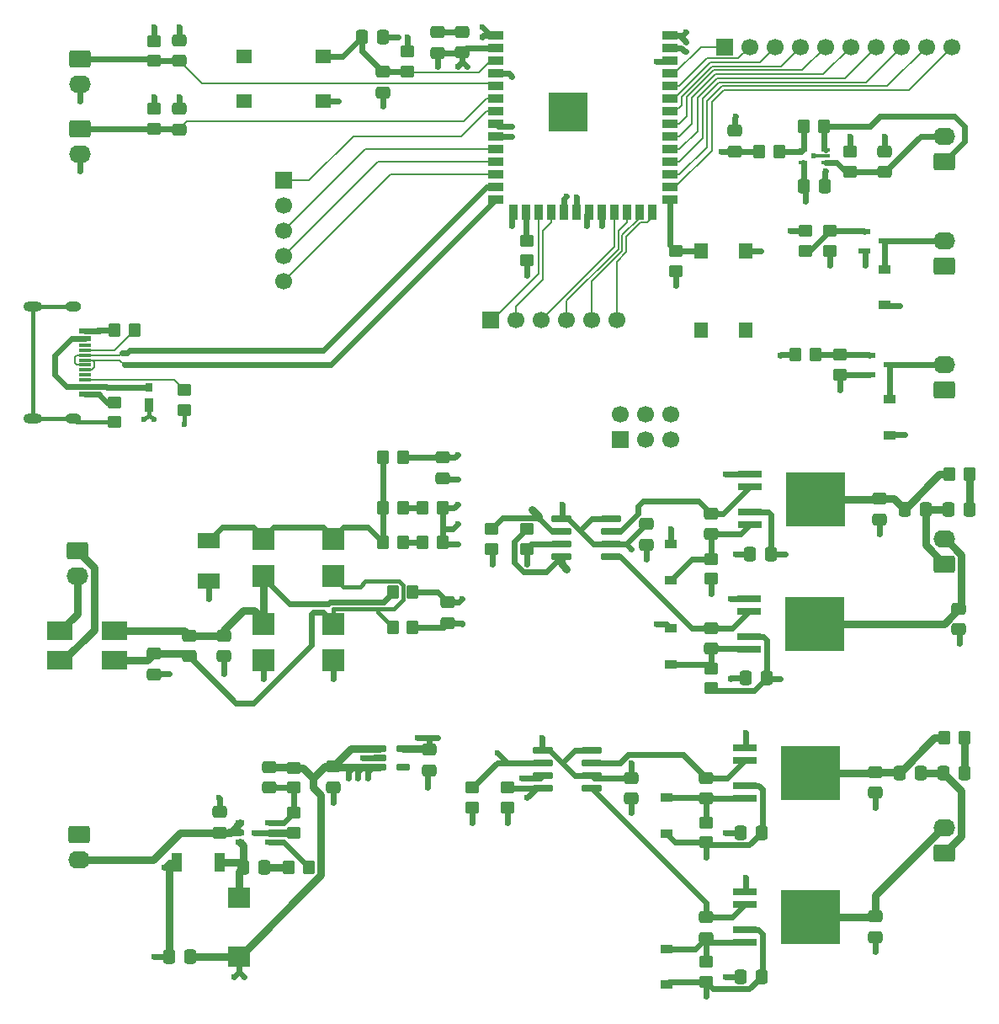
<source format=gbr>
G04 #@! TF.GenerationSoftware,KiCad,Pcbnew,9.0.2*
G04 #@! TF.CreationDate,2025-08-11T21:07:56-07:00*
G04 #@! TF.ProjectId,MusicalTeslaCoil,4d757369-6361-46c5-9465-736c61436f69,REV1*
G04 #@! TF.SameCoordinates,Original*
G04 #@! TF.FileFunction,Copper,L1,Top*
G04 #@! TF.FilePolarity,Positive*
%FSLAX46Y46*%
G04 Gerber Fmt 4.6, Leading zero omitted, Abs format (unit mm)*
G04 Created by KiCad (PCBNEW 9.0.2) date 2025-08-11 21:07:56*
%MOMM*%
%LPD*%
G01*
G04 APERTURE LIST*
G04 Aperture macros list*
%AMRoundRect*
0 Rectangle with rounded corners*
0 $1 Rounding radius*
0 $2 $3 $4 $5 $6 $7 $8 $9 X,Y pos of 4 corners*
0 Add a 4 corners polygon primitive as box body*
4,1,4,$2,$3,$4,$5,$6,$7,$8,$9,$2,$3,0*
0 Add four circle primitives for the rounded corners*
1,1,$1+$1,$2,$3*
1,1,$1+$1,$4,$5*
1,1,$1+$1,$6,$7*
1,1,$1+$1,$8,$9*
0 Add four rect primitives between the rounded corners*
20,1,$1+$1,$2,$3,$4,$5,0*
20,1,$1+$1,$4,$5,$6,$7,0*
20,1,$1+$1,$6,$7,$8,$9,0*
20,1,$1+$1,$8,$9,$2,$3,0*%
G04 Aperture macros list end*
G04 #@! TA.AperFunction,SMDPad,CuDef*
%ADD10R,1.244600X0.965200*%
G04 #@! TD*
G04 #@! TA.AperFunction,SMDPad,CuDef*
%ADD11R,0.901700X0.558800*%
G04 #@! TD*
G04 #@! TA.AperFunction,SMDPad,CuDef*
%ADD12R,2.200000X2.000000*%
G04 #@! TD*
G04 #@! TA.AperFunction,SMDPad,CuDef*
%ADD13R,1.066800X1.854200*%
G04 #@! TD*
G04 #@! TA.AperFunction,SMDPad,CuDef*
%ADD14R,0.889000X1.397000*%
G04 #@! TD*
G04 #@! TA.AperFunction,SMDPad,CuDef*
%ADD15R,0.762000X0.863600*%
G04 #@! TD*
G04 #@! TA.AperFunction,SMDPad,CuDef*
%ADD16R,2.184400X2.184400*%
G04 #@! TD*
G04 #@! TA.AperFunction,SMDPad,CuDef*
%ADD17RoundRect,0.250000X-0.475000X0.337500X-0.475000X-0.337500X0.475000X-0.337500X0.475000X0.337500X0*%
G04 #@! TD*
G04 #@! TA.AperFunction,SMDPad,CuDef*
%ADD18RoundRect,0.250000X0.475000X-0.337500X0.475000X0.337500X-0.475000X0.337500X-0.475000X-0.337500X0*%
G04 #@! TD*
G04 #@! TA.AperFunction,SMDPad,CuDef*
%ADD19RoundRect,0.250000X-0.337500X-0.475000X0.337500X-0.475000X0.337500X0.475000X-0.337500X0.475000X0*%
G04 #@! TD*
G04 #@! TA.AperFunction,ComponentPad*
%ADD20C,1.700000*%
G04 #@! TD*
G04 #@! TA.AperFunction,ComponentPad*
%ADD21R,1.700000X1.700000*%
G04 #@! TD*
G04 #@! TA.AperFunction,SMDPad,CuDef*
%ADD22RoundRect,0.250000X-0.450000X0.350000X-0.450000X-0.350000X0.450000X-0.350000X0.450000X0.350000X0*%
G04 #@! TD*
G04 #@! TA.AperFunction,ComponentPad*
%ADD23O,2.190000X1.740000*%
G04 #@! TD*
G04 #@! TA.AperFunction,ComponentPad*
%ADD24RoundRect,0.250000X0.845000X-0.620000X0.845000X0.620000X-0.845000X0.620000X-0.845000X-0.620000X0*%
G04 #@! TD*
G04 #@! TA.AperFunction,SMDPad,CuDef*
%ADD25RoundRect,0.250000X0.337500X0.475000X-0.337500X0.475000X-0.337500X-0.475000X0.337500X-0.475000X0*%
G04 #@! TD*
G04 #@! TA.AperFunction,SMDPad,CuDef*
%ADD26RoundRect,0.250000X-0.350000X-0.450000X0.350000X-0.450000X0.350000X0.450000X-0.350000X0.450000X0*%
G04 #@! TD*
G04 #@! TA.AperFunction,SMDPad,CuDef*
%ADD27R,0.850900X0.304800*%
G04 #@! TD*
G04 #@! TA.AperFunction,SMDPad,CuDef*
%ADD28RoundRect,0.250000X0.450000X-0.350000X0.450000X0.350000X-0.450000X0.350000X-0.450000X-0.350000X0*%
G04 #@! TD*
G04 #@! TA.AperFunction,SMDPad,CuDef*
%ADD29R,1.168400X0.533400*%
G04 #@! TD*
G04 #@! TA.AperFunction,ComponentPad*
%ADD30RoundRect,0.250000X-0.845000X0.620000X-0.845000X-0.620000X0.845000X-0.620000X0.845000X0.620000X0*%
G04 #@! TD*
G04 #@! TA.AperFunction,SMDPad,CuDef*
%ADD31R,1.400048X1.549908*%
G04 #@! TD*
G04 #@! TA.AperFunction,HeatsinkPad*
%ADD32C,0.600000*%
G04 #@! TD*
G04 #@! TA.AperFunction,HeatsinkPad*
%ADD33R,3.900000X3.900000*%
G04 #@! TD*
G04 #@! TA.AperFunction,SMDPad,CuDef*
%ADD34R,1.500000X0.900000*%
G04 #@! TD*
G04 #@! TA.AperFunction,SMDPad,CuDef*
%ADD35R,0.900000X1.500000*%
G04 #@! TD*
G04 #@! TA.AperFunction,SMDPad,CuDef*
%ADD36R,1.549908X1.400048*%
G04 #@! TD*
G04 #@! TA.AperFunction,ComponentPad*
%ADD37O,1.600000X1.000000*%
G04 #@! TD*
G04 #@! TA.AperFunction,ComponentPad*
%ADD38O,1.900000X1.000000*%
G04 #@! TD*
G04 #@! TA.AperFunction,SMDPad,CuDef*
%ADD39R,1.150000X0.300000*%
G04 #@! TD*
G04 #@! TA.AperFunction,SMDPad,CuDef*
%ADD40R,1.150000X0.600000*%
G04 #@! TD*
G04 #@! TA.AperFunction,SMDPad,CuDef*
%ADD41RoundRect,0.045000X-0.630000X-0.255000X0.630000X-0.255000X0.630000X0.255000X-0.630000X0.255000X0*%
G04 #@! TD*
G04 #@! TA.AperFunction,SMDPad,CuDef*
%ADD42RoundRect,0.075000X-0.910000X-0.225000X0.910000X-0.225000X0.910000X0.225000X-0.910000X0.225000X0*%
G04 #@! TD*
G04 #@! TA.AperFunction,SMDPad,CuDef*
%ADD43RoundRect,0.250000X0.350000X0.450000X-0.350000X0.450000X-0.350000X-0.450000X0.350000X-0.450000X0*%
G04 #@! TD*
G04 #@! TA.AperFunction,SMDPad,CuDef*
%ADD44R,2.616200X1.955800*%
G04 #@! TD*
G04 #@! TA.AperFunction,SMDPad,CuDef*
%ADD45R,2.209800X1.524000*%
G04 #@! TD*
G04 #@! TA.AperFunction,SMDPad,CuDef*
%ADD46R,2.489200X0.762000*%
G04 #@! TD*
G04 #@! TA.AperFunction,SMDPad,CuDef*
%ADD47R,5.918200X5.511800*%
G04 #@! TD*
G04 #@! TA.AperFunction,ViaPad*
%ADD48C,0.600000*%
G04 #@! TD*
G04 #@! TA.AperFunction,Conductor*
%ADD49C,0.200000*%
G04 #@! TD*
G04 #@! TA.AperFunction,Conductor*
%ADD50C,0.600000*%
G04 #@! TD*
G04 #@! TA.AperFunction,Conductor*
%ADD51C,0.800000*%
G04 #@! TD*
G04 #@! TA.AperFunction,Conductor*
%ADD52C,0.400000*%
G04 #@! TD*
G04 #@! TA.AperFunction,Conductor*
%ADD53C,0.300000*%
G04 #@! TD*
G04 #@! TA.AperFunction,Conductor*
%ADD54C,0.150000*%
G04 #@! TD*
G04 APERTURE END LIST*
D10*
X114500000Y-146196600D03*
X114500000Y-149803400D03*
D11*
X71629200Y-133549999D03*
X71629200Y-134500000D03*
X71629200Y-135450001D03*
X74537500Y-135450001D03*
X74537500Y-134500000D03*
X74537500Y-133549999D03*
D12*
X71537500Y-146950000D03*
X71537500Y-141050000D03*
D13*
X65295700Y-137500000D03*
X69537500Y-137500000D03*
D14*
X62500000Y-91515300D03*
D15*
X62500000Y-89750000D03*
D10*
X114500000Y-134606800D03*
X114500000Y-131000000D03*
X115000000Y-114000000D03*
X115000000Y-117606800D03*
X115000000Y-105500000D03*
X115000000Y-109106800D03*
D16*
X81000000Y-105000000D03*
X81000000Y-108708400D03*
X81000000Y-113500000D03*
X81000000Y-117208400D03*
X74000000Y-105000000D03*
X74000000Y-108708400D03*
X74000000Y-113500000D03*
X74000000Y-117208400D03*
D10*
X136968000Y-94556801D03*
X136968000Y-90950001D03*
X136460000Y-81460000D03*
X136460000Y-77853200D03*
D17*
X91524783Y-54042137D03*
X91524783Y-56117137D03*
D18*
X94000000Y-56075000D03*
X94000000Y-54000000D03*
D19*
X74037500Y-138000000D03*
X71962500Y-138000000D03*
D20*
X115000000Y-92460000D03*
X115000000Y-95000000D03*
X112460000Y-92460000D03*
X112460000Y-95000000D03*
X109920000Y-92460000D03*
D21*
X109920000Y-95000000D03*
D17*
X135943100Y-103000000D03*
X135943100Y-100925000D03*
D22*
X133000000Y-68075000D03*
X133000000Y-66075000D03*
D23*
X142500000Y-64500000D03*
D24*
X142500000Y-67040000D03*
D25*
X128376050Y-69500000D03*
X130451050Y-69500000D03*
D26*
X125876050Y-66000000D03*
X123876050Y-66000000D03*
D27*
X128252100Y-67149999D03*
X128252100Y-65850001D03*
X130500000Y-65850001D03*
X130500000Y-66500000D03*
X130500000Y-67149999D03*
D17*
X121376050Y-66000000D03*
X121376050Y-63925000D03*
D26*
X130376050Y-63500000D03*
X128376050Y-63500000D03*
D17*
X136500000Y-68075000D03*
X136500000Y-66000000D03*
D28*
X115500000Y-78050004D03*
X115500000Y-76050004D03*
X128500000Y-74000000D03*
X128500000Y-76000000D03*
D23*
X142500000Y-75000000D03*
D24*
X142500000Y-77540000D03*
D22*
X130960000Y-76000000D03*
X130960000Y-74000000D03*
D29*
X136492000Y-75049999D03*
X134460000Y-76000000D03*
X134460000Y-74099998D03*
D23*
X55540000Y-59265000D03*
D30*
X55540000Y-56725000D03*
D28*
X100500000Y-75000000D03*
X100500000Y-77000000D03*
D31*
X117999998Y-84000000D03*
X122500000Y-84000000D03*
X117999998Y-76050004D03*
X122500000Y-76050004D03*
D32*
X106000000Y-62800000D03*
X106000000Y-61400000D03*
X105300000Y-63500000D03*
X105300000Y-62100000D03*
X105300000Y-60700000D03*
X104600000Y-62800000D03*
D33*
X104600000Y-62100000D03*
D32*
X104600000Y-61400000D03*
X103900000Y-63500000D03*
X103900000Y-62100000D03*
X103900000Y-60700000D03*
X103200000Y-62800000D03*
X103200000Y-61400000D03*
D34*
X114850000Y-54380000D03*
X114850000Y-55650000D03*
X114850000Y-56920000D03*
X114850000Y-58190000D03*
X114850000Y-59460000D03*
X114850000Y-60730000D03*
X114850000Y-62000000D03*
X114850000Y-63270000D03*
X114850000Y-64540000D03*
X114850000Y-65810000D03*
X114850000Y-67080000D03*
X114850000Y-68350000D03*
X114850000Y-69620000D03*
X114850000Y-70890000D03*
D35*
X113085000Y-72140000D03*
X111815000Y-72140000D03*
X110545000Y-72140000D03*
X109275000Y-72140000D03*
X108005000Y-72140000D03*
X106735000Y-72140000D03*
X105465000Y-72140000D03*
X104195000Y-72140000D03*
X102925000Y-72140000D03*
X101655000Y-72140000D03*
X100385000Y-72140000D03*
X99115000Y-72140000D03*
D34*
X97350000Y-70890000D03*
X97350000Y-69620000D03*
X97350000Y-68350000D03*
X97350000Y-67080000D03*
X97350000Y-65810000D03*
X97350000Y-64540000D03*
X97350000Y-63270000D03*
X97350000Y-62000000D03*
X97350000Y-60730000D03*
X97350000Y-59460000D03*
X97350000Y-58190000D03*
X97350000Y-56920000D03*
X97350000Y-55650000D03*
X97350000Y-54380000D03*
D36*
X72025002Y-56500000D03*
X72025002Y-61000002D03*
X79974998Y-56500000D03*
X79974998Y-61000002D03*
D22*
X88500000Y-58000000D03*
X88500000Y-56000000D03*
D25*
X83925000Y-54500000D03*
X86000000Y-54500000D03*
D18*
X86000000Y-58000000D03*
X86000000Y-60075000D03*
D37*
X54825000Y-92850000D03*
X54825000Y-81650000D03*
D38*
X50825000Y-92850000D03*
X50825000Y-81650000D03*
D39*
X56000000Y-85500000D03*
X56000000Y-86500000D03*
X56000000Y-88000000D03*
X56000000Y-89000000D03*
D40*
X56000000Y-90450000D03*
X56000000Y-89650000D03*
D39*
X56000000Y-88500000D03*
X56000000Y-87500000D03*
X56000000Y-87000000D03*
X56000000Y-86000000D03*
D40*
X56000000Y-84850000D03*
X56000000Y-84050000D03*
D17*
X90700000Y-126175000D03*
X90700000Y-128250000D03*
D28*
X77037500Y-130000000D03*
X77037500Y-128000000D03*
D17*
X81000000Y-129950000D03*
X81000000Y-127875000D03*
D18*
X74537500Y-130000000D03*
X74537500Y-127925000D03*
D26*
X76537500Y-138000000D03*
X78537500Y-138000000D03*
D41*
X85630000Y-126050000D03*
X85630000Y-127000000D03*
X85630000Y-127950000D03*
X88000000Y-127950000D03*
X88000000Y-126050000D03*
D25*
X66612500Y-147000000D03*
X64537500Y-147000000D03*
D28*
X77037500Y-134500000D03*
X77037500Y-132500000D03*
D18*
X69537500Y-134500000D03*
X69537500Y-132425000D03*
D30*
X55480000Y-134725000D03*
D23*
X55480000Y-137265000D03*
D42*
X103973100Y-102960000D03*
X103973100Y-104230000D03*
X103973100Y-105500000D03*
X103973100Y-106770000D03*
X108913100Y-106770000D03*
X108913100Y-105500000D03*
X108913100Y-104230000D03*
X108913100Y-102960000D03*
D18*
X92500000Y-111354200D03*
X92500000Y-113429200D03*
X66500000Y-114708400D03*
X66500000Y-116783400D03*
X70000000Y-114708400D03*
X70000000Y-116783400D03*
D43*
X92000000Y-105354200D03*
X90000000Y-105354200D03*
X88000000Y-105354200D03*
X86000000Y-105354200D03*
X92000000Y-101854200D03*
X90000000Y-101854200D03*
D21*
X96840000Y-83000000D03*
D20*
X99380000Y-83000000D03*
X101920000Y-83000000D03*
X104460000Y-83000000D03*
X107000000Y-83000000D03*
X109540000Y-83000000D03*
D21*
X76000000Y-68920000D03*
D20*
X76000000Y-71460000D03*
X76000000Y-74000000D03*
X76000000Y-76540000D03*
X76000000Y-79080000D03*
D21*
X120380000Y-55500000D03*
D20*
X122920000Y-55500000D03*
X125460000Y-55500000D03*
X128000000Y-55500000D03*
X130540000Y-55500000D03*
X133080000Y-55500000D03*
X135620000Y-55500000D03*
X138160000Y-55500000D03*
X140700000Y-55500000D03*
X143240000Y-55500000D03*
D28*
X118500000Y-135500000D03*
X118500000Y-133500000D03*
D43*
X88000000Y-101854200D03*
X86000000Y-101854200D03*
D17*
X135500000Y-142925000D03*
X135500000Y-145000000D03*
D28*
X119000000Y-120000000D03*
X119000000Y-118000000D03*
D25*
X124075000Y-149000000D03*
X122000000Y-149000000D03*
D18*
X63000000Y-118575000D03*
X63000000Y-116500000D03*
D43*
X88000000Y-96779200D03*
X86000000Y-96779200D03*
D22*
X95000000Y-130000000D03*
X95000000Y-132000000D03*
D44*
X53513600Y-114208400D03*
X53513600Y-117208400D03*
X59000000Y-117208400D03*
X59000000Y-114208400D03*
D17*
X65480000Y-61725000D03*
X65480000Y-63800000D03*
D18*
X119000000Y-104500000D03*
X119000000Y-102425000D03*
D28*
X119000000Y-109000000D03*
X119000000Y-107000000D03*
X66000000Y-92000000D03*
X66000000Y-90000000D03*
D22*
X98500000Y-130000000D03*
X98500000Y-132000000D03*
D17*
X135500000Y-128425000D03*
X135500000Y-130500000D03*
D24*
X142488000Y-90000001D03*
D23*
X142488000Y-87460001D03*
D18*
X119000000Y-116000000D03*
X119000000Y-113925000D03*
D45*
X68500000Y-105138400D03*
X68500000Y-109208400D03*
D24*
X142500000Y-136540000D03*
D23*
X142500000Y-134000000D03*
D28*
X62980000Y-63725000D03*
X62980000Y-61725000D03*
D26*
X143000000Y-98500000D03*
X145000000Y-98500000D03*
D43*
X89000000Y-113854200D03*
X87000000Y-113854200D03*
D24*
X142500000Y-107540000D03*
D23*
X142500000Y-105000000D03*
D28*
X118500000Y-149500000D03*
X118500000Y-147500000D03*
D19*
X142925000Y-102000000D03*
X145000000Y-102000000D03*
D26*
X59000000Y-84000000D03*
X61000000Y-84000000D03*
D46*
X122914699Y-98460000D03*
X122914699Y-99730000D03*
X122914699Y-102270000D03*
X122914699Y-103540000D03*
D47*
X129500000Y-101000000D03*
D17*
X143943100Y-112000000D03*
X143943100Y-114075000D03*
D30*
X55236800Y-106208400D03*
D23*
X55236800Y-108748400D03*
D18*
X118500000Y-131075000D03*
X118500000Y-129000000D03*
D17*
X65500000Y-54845000D03*
X65500000Y-56920000D03*
D22*
X100443100Y-104000000D03*
X100443100Y-106000000D03*
D25*
X124075000Y-134500000D03*
X122000000Y-134500000D03*
D18*
X92000000Y-98854200D03*
X92000000Y-96779200D03*
D25*
X140575000Y-102000000D03*
X138500000Y-102000000D03*
D46*
X122857799Y-110960000D03*
X122857799Y-112230000D03*
X122857799Y-114770000D03*
X122857799Y-116040000D03*
D47*
X129443100Y-113500000D03*
D18*
X111000000Y-131075000D03*
X111000000Y-129000000D03*
D43*
X129488000Y-86460001D03*
X127488000Y-86460001D03*
D18*
X118500000Y-145075000D03*
X118500000Y-143000000D03*
X112500000Y-105575000D03*
X112500000Y-103500000D03*
D28*
X63000000Y-56920000D03*
X63000000Y-54920000D03*
D29*
X134968000Y-86549999D03*
X134968000Y-88450001D03*
X137000000Y-87500000D03*
D30*
X55520000Y-63725000D03*
D23*
X55520000Y-66265000D03*
D25*
X125018100Y-106500000D03*
X122943100Y-106500000D03*
D22*
X131988000Y-86460001D03*
X131988000Y-88460001D03*
D42*
X102060000Y-126230000D03*
X102060000Y-127500000D03*
X102060000Y-128770000D03*
X102060000Y-130040000D03*
X107000000Y-130040000D03*
X107000000Y-128770000D03*
X107000000Y-127500000D03*
X107000000Y-126230000D03*
D46*
X122414699Y-140460000D03*
X122414699Y-141730000D03*
X122414699Y-144270000D03*
X122414699Y-145540000D03*
D47*
X129000000Y-143000000D03*
D25*
X124575000Y-118990000D03*
X122500000Y-118990000D03*
X140075000Y-128500000D03*
X138000000Y-128500000D03*
D19*
X142425000Y-128500000D03*
X144500000Y-128500000D03*
D22*
X59000000Y-91250000D03*
X59000000Y-93250000D03*
D43*
X89000000Y-110354200D03*
X87000000Y-110354200D03*
D26*
X142500000Y-125000000D03*
X144500000Y-125000000D03*
D22*
X96943100Y-104000000D03*
X96943100Y-106000000D03*
D46*
X122414699Y-125960000D03*
X122414699Y-127230000D03*
X122414699Y-129770000D03*
X122414699Y-131040000D03*
D47*
X129000000Y-128500000D03*
D48*
X86000000Y-61500000D03*
X91500000Y-57500000D03*
X93500000Y-101500000D03*
X93500000Y-103500000D03*
X111000000Y-106000000D03*
X105500000Y-70600000D03*
X104500000Y-70500000D03*
X127000000Y-74000000D03*
X126000000Y-86500000D03*
X108000000Y-73500000D03*
X106500000Y-73500000D03*
X104500000Y-108000000D03*
X101000000Y-102000000D03*
X144000000Y-115500000D03*
X120500000Y-98500000D03*
X121000000Y-111000000D03*
X121000000Y-119000000D03*
X136000000Y-104500000D03*
X121500000Y-106500000D03*
X126000000Y-119000000D03*
X113500000Y-113500000D03*
X126500000Y-106500000D03*
X115000000Y-104000000D03*
X119000000Y-110500000D03*
X112500000Y-107000000D03*
X104000000Y-101500000D03*
X91500000Y-125000000D03*
X90500000Y-125000000D03*
X89500000Y-125000000D03*
X118500000Y-151000000D03*
X118500000Y-137000000D03*
X135500000Y-132000000D03*
X120500000Y-149000000D03*
X135500000Y-146500000D03*
X122500000Y-139000000D03*
X122500000Y-124500000D03*
X120500000Y-134500000D03*
X111000000Y-132500000D03*
X99000000Y-64500000D03*
X99000000Y-63500000D03*
X100500000Y-131000000D03*
X97500000Y-126500000D03*
X111000000Y-127500000D03*
X102000000Y-125000000D03*
X100000000Y-129000000D03*
X84500000Y-129000000D03*
X83500000Y-129000000D03*
X82500000Y-129000000D03*
X81000000Y-131500000D03*
X98500000Y-133500000D03*
X95000000Y-133500000D03*
X90500000Y-130000000D03*
X84000000Y-127000000D03*
X63000000Y-147000000D03*
X73083350Y-134500000D03*
X69500000Y-131000000D03*
X64000000Y-138000000D03*
X99000000Y-58500000D03*
X99000000Y-73500000D03*
X94000000Y-113500000D03*
X94000000Y-111000000D03*
X113500000Y-57000000D03*
X93500000Y-96500000D03*
X100500000Y-107500000D03*
X97000000Y-107500000D03*
X93500000Y-99000000D03*
X68500000Y-111000000D03*
X93500000Y-105500000D03*
X81000000Y-119000000D03*
X74000000Y-119000000D03*
X70000000Y-118500000D03*
X64500000Y-118500000D03*
X138500000Y-94500000D03*
X132000000Y-90000000D03*
X138000000Y-81500000D03*
X134500000Y-77500000D03*
X131000000Y-77500000D03*
X115500000Y-79500000D03*
X100500000Y-78500000D03*
X124000000Y-76000000D03*
X128500000Y-71000000D03*
X130500000Y-68000000D03*
X129376050Y-66500000D03*
X136500000Y-64500000D03*
X133000000Y-64500000D03*
X121500000Y-62500000D03*
X120000000Y-66000000D03*
X116500000Y-56000000D03*
X116500000Y-55000000D03*
X116500000Y-54000000D03*
X81500000Y-61000000D03*
X96000000Y-54500000D03*
X96000000Y-53500000D03*
X94500000Y-57500000D03*
X88500000Y-54500000D03*
X93500000Y-57500000D03*
X92776327Y-54017354D03*
X87500000Y-54500000D03*
X65500000Y-60500000D03*
X63000000Y-60500000D03*
X65500000Y-53500000D03*
X63000000Y-53500000D03*
X55500000Y-61000000D03*
X55500000Y-68000000D03*
X71000000Y-149000000D03*
X72000000Y-149000000D03*
X62000000Y-93000000D03*
X63000000Y-93000000D03*
X66000000Y-93500000D03*
X57500000Y-90500000D03*
X57500000Y-84000000D03*
D49*
X96818000Y-56920000D02*
X97350000Y-56920000D01*
X95637000Y-58101000D02*
X96818000Y-56920000D01*
X88500000Y-58000000D02*
X88601000Y-58101000D01*
X88601000Y-58101000D02*
X95637000Y-58101000D01*
D50*
X86000000Y-58000000D02*
X88500000Y-58000000D01*
X83925000Y-54500000D02*
X83925000Y-55925000D01*
X83925000Y-55925000D02*
X86000000Y-58000000D01*
X81925000Y-56500000D02*
X83925000Y-54500000D01*
X79974998Y-56500000D02*
X81925000Y-56500000D01*
X86000000Y-61500000D02*
X86000000Y-60075000D01*
X91524783Y-57475217D02*
X91500000Y-57500000D01*
X91524783Y-56117137D02*
X91524783Y-57475217D01*
X92793681Y-54000000D02*
X92776327Y-54017354D01*
X94000000Y-54000000D02*
X92793681Y-54000000D01*
X92751544Y-54042137D02*
X92776327Y-54017354D01*
X91524783Y-54042137D02*
X92751544Y-54042137D01*
X91524783Y-56117137D02*
X93957863Y-56117137D01*
X93957863Y-56117137D02*
X94000000Y-56075000D01*
X92000000Y-104000000D02*
X93000000Y-104000000D01*
X92000000Y-104000000D02*
X92000000Y-105354200D01*
X93000000Y-104000000D02*
X93500000Y-103500000D01*
X93145800Y-101854200D02*
X93500000Y-101500000D01*
X92000000Y-101854200D02*
X93145800Y-101854200D01*
D51*
X64537500Y-138258200D02*
X65295700Y-137500000D01*
X64537500Y-147000000D02*
X64537500Y-138258200D01*
D50*
X111000000Y-106000000D02*
X110500000Y-105500000D01*
D51*
X69537500Y-134500000D02*
X70679199Y-134500000D01*
X70679199Y-134500000D02*
X71629200Y-133549999D01*
X70500000Y-134500000D02*
X70550999Y-134449001D01*
X69537500Y-134500000D02*
X70500000Y-134500000D01*
X70550999Y-134449001D02*
X71629200Y-134449001D01*
D50*
X105465000Y-70635000D02*
X105500000Y-70600000D01*
X105465000Y-72140000D02*
X105465000Y-70635000D01*
X104195000Y-70805000D02*
X104500000Y-70500000D01*
X104195000Y-72140000D02*
X104195000Y-70805000D01*
X128500000Y-74000000D02*
X127000000Y-74000000D01*
X126039999Y-86460001D02*
X126000000Y-86500000D01*
X127488000Y-86460001D02*
X126039999Y-86460001D01*
X99000000Y-72255000D02*
X99115000Y-72140000D01*
X99000000Y-73500000D02*
X99000000Y-72255000D01*
X108000000Y-72145000D02*
X108005000Y-72140000D01*
X108000000Y-73500000D02*
X108000000Y-72145000D01*
X106500000Y-72375000D02*
X106735000Y-72140000D01*
X106500000Y-73500000D02*
X106500000Y-72375000D01*
D51*
X103973100Y-107473100D02*
X104500000Y-108000000D01*
X103973100Y-106770000D02*
X103973100Y-107473100D01*
X101657101Y-102657101D02*
X101000000Y-102000000D01*
X101657101Y-102899000D02*
X101657101Y-102657101D01*
X142443100Y-113500000D02*
X143943100Y-112000000D01*
X129443100Y-113500000D02*
X142443100Y-113500000D01*
X140575000Y-105615000D02*
X140575000Y-102000000D01*
X142500000Y-107540000D02*
X140575000Y-105615000D01*
X144196000Y-106560576D02*
X144196000Y-111747100D01*
X142635424Y-105000000D02*
X144196000Y-106560576D01*
X142500000Y-105000000D02*
X142635424Y-105000000D01*
X144196000Y-111747100D02*
X143943100Y-112000000D01*
X145000000Y-98500000D02*
X145000000Y-102000000D01*
X140575000Y-102000000D02*
X142925000Y-102000000D01*
X142000000Y-98500000D02*
X143000000Y-98500000D01*
X138500000Y-102000000D02*
X142000000Y-98500000D01*
X137425000Y-100925000D02*
X138500000Y-102000000D01*
X135943100Y-100925000D02*
X137425000Y-100925000D01*
X135868100Y-101000000D02*
X135943100Y-100925000D01*
X129500000Y-101000000D02*
X135868100Y-101000000D01*
D50*
X144000000Y-114131900D02*
X143943100Y-114075000D01*
X144000000Y-115500000D02*
X144000000Y-114131900D01*
X120540000Y-98460000D02*
X120500000Y-98500000D01*
X122914699Y-98460000D02*
X120540000Y-98460000D01*
X121040000Y-110960000D02*
X121000000Y-111000000D01*
X122857799Y-110960000D02*
X121040000Y-110960000D01*
X121010000Y-118990000D02*
X121000000Y-119000000D01*
X122500000Y-118990000D02*
X121010000Y-118990000D01*
X136000000Y-103056900D02*
X135943100Y-103000000D01*
X136000000Y-104500000D02*
X136000000Y-103056900D01*
X123000000Y-98374699D02*
X122914699Y-98460000D01*
X121500000Y-106500000D02*
X122943100Y-106500000D01*
X124603399Y-115103399D02*
X124270000Y-114770000D01*
X124603399Y-118961601D02*
X124603399Y-115103399D01*
X124270000Y-114770000D02*
X122857799Y-114770000D01*
X124575000Y-118990000D02*
X124603399Y-118961601D01*
X122817799Y-116000000D02*
X122857799Y-116040000D01*
X119000000Y-116000000D02*
X122817799Y-116000000D01*
X119000000Y-118000000D02*
X119000000Y-116000000D01*
X118606800Y-117606800D02*
X119000000Y-118000000D01*
X115000000Y-117606800D02*
X118606800Y-117606800D01*
X114500000Y-113500000D02*
X115000000Y-114000000D01*
X113500000Y-113500000D02*
X114500000Y-113500000D01*
X119216000Y-120216000D02*
X119000000Y-120000000D01*
X123349000Y-120216000D02*
X119216000Y-120216000D01*
X124575000Y-118990000D02*
X123349000Y-120216000D01*
X124585000Y-119000000D02*
X124575000Y-118990000D01*
X126000000Y-119000000D02*
X124585000Y-119000000D01*
X124759299Y-102270000D02*
X122914699Y-102270000D01*
X125018100Y-102528801D02*
X124759299Y-102270000D01*
X125018100Y-106500000D02*
X125018100Y-102528801D01*
X126500000Y-106500000D02*
X125018100Y-106500000D01*
X119000000Y-110500000D02*
X119000000Y-109000000D01*
X115000000Y-104000000D02*
X115000000Y-105500000D01*
X119000000Y-107000000D02*
X117106800Y-107000000D01*
X117106800Y-107000000D02*
X115000000Y-109106800D01*
X119000000Y-104500000D02*
X119000000Y-107000000D01*
X121954699Y-104500000D02*
X122914699Y-103540000D01*
X119000000Y-104500000D02*
X121954699Y-104500000D01*
X120219699Y-102425000D02*
X122914699Y-99730000D01*
X119000000Y-102425000D02*
X120219699Y-102425000D01*
X117774000Y-101199000D02*
X119000000Y-102425000D01*
X112168215Y-101199000D02*
X117774000Y-101199000D01*
X111699000Y-101668215D02*
X112168215Y-101199000D01*
X111699000Y-102419498D02*
X111699000Y-101668215D01*
X108913100Y-104230000D02*
X109888498Y-104230000D01*
X109888498Y-104230000D02*
X111699000Y-102419498D01*
X119000000Y-113925000D02*
X121162799Y-113925000D01*
X121162799Y-113925000D02*
X122857799Y-112230000D01*
X117053099Y-113925000D02*
X119000000Y-113925000D01*
X108913100Y-106770000D02*
X109898099Y-106770000D01*
X109898099Y-106770000D02*
X117053099Y-113925000D01*
X112500000Y-107000000D02*
X112500000Y-105575000D01*
X105847383Y-104152617D02*
X104654766Y-102960000D01*
X104654766Y-102960000D02*
X103973100Y-102960000D01*
X107194766Y-105500000D02*
X105847383Y-104152617D01*
X108913100Y-105500000D02*
X107194766Y-105500000D01*
X110500000Y-105500000D02*
X108913100Y-105500000D01*
X112500000Y-103500000D02*
X110500000Y-105500000D01*
X104000000Y-102933100D02*
X103973100Y-102960000D01*
X104000000Y-101500000D02*
X104000000Y-102933100D01*
X90700000Y-126175000D02*
X90700000Y-125200000D01*
X90700000Y-125200000D02*
X90500000Y-125000000D01*
X90500000Y-125000000D02*
X91500000Y-125000000D01*
X89500000Y-125000000D02*
X90500000Y-125000000D01*
D51*
X135425000Y-128500000D02*
X135500000Y-128425000D01*
X129000000Y-128500000D02*
X135425000Y-128500000D01*
X137925000Y-128425000D02*
X138000000Y-128500000D01*
X135500000Y-128425000D02*
X137925000Y-128425000D01*
X140075000Y-128500000D02*
X142425000Y-128500000D01*
X141500000Y-125000000D02*
X138000000Y-128500000D01*
X142500000Y-125000000D02*
X141500000Y-125000000D01*
X144500000Y-128500000D02*
X144500000Y-125000000D01*
X144196000Y-130271000D02*
X142425000Y-128500000D01*
X144196000Y-134844000D02*
X144196000Y-130271000D01*
X142500000Y-136540000D02*
X144196000Y-134844000D01*
X142275000Y-134000000D02*
X142500000Y-134000000D01*
X135500000Y-140775000D02*
X142275000Y-134000000D01*
X135500000Y-142925000D02*
X135500000Y-140775000D01*
X135425000Y-143000000D02*
X135500000Y-142925000D01*
X129000000Y-143000000D02*
X135425000Y-143000000D01*
D50*
X118965000Y-145540000D02*
X122414699Y-145540000D01*
X118500000Y-145075000D02*
X118965000Y-145540000D01*
X118500000Y-147500000D02*
X118500000Y-145075000D01*
X117378400Y-146196600D02*
X118500000Y-145075000D01*
X114500000Y-146196600D02*
X117378400Y-146196600D01*
X118500000Y-131075000D02*
X122379699Y-131075000D01*
X122379699Y-131075000D02*
X122414699Y-131040000D01*
X118500000Y-133500000D02*
X118500000Y-131075000D01*
X118425000Y-131000000D02*
X118500000Y-131075000D01*
X114500000Y-131000000D02*
X118425000Y-131000000D01*
X123770000Y-144270000D02*
X122414699Y-144270000D01*
X124160299Y-148914701D02*
X124160299Y-144660299D01*
X124160299Y-144660299D02*
X123770000Y-144270000D01*
X124075000Y-149000000D02*
X124160299Y-148914701D01*
X122849000Y-150226000D02*
X124075000Y-149000000D01*
X119226000Y-150226000D02*
X122849000Y-150226000D01*
X118500000Y-149500000D02*
X119226000Y-150226000D01*
X114803400Y-149500000D02*
X114500000Y-149803400D01*
X118500000Y-149500000D02*
X114803400Y-149500000D01*
X118500000Y-151000000D02*
X118500000Y-149500000D01*
X124160299Y-130158000D02*
X123772299Y-129770000D01*
X124160299Y-134414701D02*
X124160299Y-130158000D01*
X123772299Y-129770000D02*
X122414699Y-129770000D01*
X124075000Y-134500000D02*
X124160299Y-134414701D01*
X122849000Y-135726000D02*
X124075000Y-134500000D01*
X118726000Y-135726000D02*
X122849000Y-135726000D01*
X118500000Y-135500000D02*
X118726000Y-135726000D01*
X115393200Y-135500000D02*
X114500000Y-134606800D01*
X118500000Y-135500000D02*
X115393200Y-135500000D01*
X118500000Y-137000000D02*
X118500000Y-135500000D01*
X120500000Y-149000000D02*
X122000000Y-149000000D01*
X135500000Y-146500000D02*
X135500000Y-145000000D01*
X135500000Y-132000000D02*
X135500000Y-130500000D01*
X122500000Y-140374699D02*
X122414699Y-140460000D01*
X122500000Y-139000000D02*
X122500000Y-140374699D01*
X122500000Y-125874699D02*
X122414699Y-125960000D01*
X122500000Y-124500000D02*
X122500000Y-125874699D01*
X120500000Y-134500000D02*
X122000000Y-134500000D01*
X111000000Y-132500000D02*
X111000000Y-131075000D01*
X120644699Y-129000000D02*
X122414699Y-127230000D01*
X118500000Y-129000000D02*
X120644699Y-129000000D01*
X121144699Y-143000000D02*
X122414699Y-141730000D01*
X118500000Y-143000000D02*
X121144699Y-143000000D01*
X118500000Y-141540000D02*
X118500000Y-143000000D01*
X107000000Y-130040000D02*
X118500000Y-141540000D01*
X116199000Y-126699000D02*
X118500000Y-129000000D01*
X109867215Y-127500000D02*
X110668215Y-126699000D01*
X107000000Y-127500000D02*
X109867215Y-127500000D01*
X110668215Y-126699000D02*
X116199000Y-126699000D01*
X97390000Y-64500000D02*
X97350000Y-64540000D01*
X99000000Y-64500000D02*
X97390000Y-64500000D01*
X102060000Y-130040000D02*
X101460000Y-130040000D01*
X101460000Y-130040000D02*
X100500000Y-131000000D01*
X97580000Y-63500000D02*
X97350000Y-63270000D01*
X99000000Y-63500000D02*
X97580000Y-63500000D01*
X98500000Y-127500000D02*
X97500000Y-126500000D01*
X98500000Y-127500000D02*
X97500000Y-127500000D01*
X97500000Y-127500000D02*
X95000000Y-130000000D01*
X102060000Y-127500000D02*
X98500000Y-127500000D01*
X98540000Y-130040000D02*
X98500000Y-130000000D01*
X102060000Y-130040000D02*
X98540000Y-130040000D01*
X105270000Y-126230000D02*
X107000000Y-126230000D01*
X104005833Y-127494167D02*
X102741666Y-126230000D01*
X104005833Y-127494167D02*
X105270000Y-126230000D01*
X102741666Y-126230000D02*
X102060000Y-126230000D01*
X105281666Y-128770000D02*
X104005833Y-127494167D01*
X107000000Y-128770000D02*
X105281666Y-128770000D01*
X107230000Y-129000000D02*
X107000000Y-128770000D01*
X111000000Y-129000000D02*
X107230000Y-129000000D01*
X111000000Y-127500000D02*
X111000000Y-129000000D01*
X102000000Y-126170000D02*
X102060000Y-126230000D01*
X102000000Y-125000000D02*
X102000000Y-126170000D01*
X100000000Y-129000000D02*
X101830000Y-129000000D01*
X101830000Y-129000000D02*
X102060000Y-128770000D01*
X84500000Y-128450000D02*
X85000000Y-127950000D01*
X84500000Y-129000000D02*
X84500000Y-128450000D01*
D51*
X85000000Y-127950000D02*
X85630000Y-127950000D01*
D50*
X83500000Y-128450000D02*
X84000000Y-127950000D01*
X83500000Y-129000000D02*
X83500000Y-128450000D01*
D51*
X84000000Y-127950000D02*
X85000000Y-127950000D01*
D50*
X82500000Y-128450000D02*
X83000000Y-127950000D01*
X82500000Y-129000000D02*
X82500000Y-128450000D01*
D51*
X81075000Y-127950000D02*
X83000000Y-127950000D01*
D50*
X81000000Y-131500000D02*
X81000000Y-129950000D01*
D51*
X80125000Y-127875000D02*
X81000000Y-127875000D01*
X79000000Y-129000000D02*
X80125000Y-127875000D01*
X79000000Y-129500000D02*
X79000000Y-129000000D01*
X78000000Y-128000000D02*
X77037500Y-128000000D01*
X79000000Y-129000000D02*
X78000000Y-128000000D01*
X79738500Y-130711424D02*
X79000000Y-129972924D01*
X79738500Y-138809424D02*
X79738500Y-130711424D01*
X71597924Y-146950000D02*
X79738500Y-138809424D01*
X79000000Y-129972924D02*
X79000000Y-129500000D01*
X71537500Y-146950000D02*
X71597924Y-146950000D01*
D50*
X77037500Y-130000000D02*
X74537500Y-130000000D01*
X77037500Y-132500000D02*
X77037500Y-130000000D01*
X75987501Y-133549999D02*
X77037500Y-132500000D01*
X74537500Y-133549999D02*
X75987501Y-133549999D01*
X98500000Y-132000000D02*
X98500000Y-133500000D01*
X95000000Y-133500000D02*
X95000000Y-132000000D01*
D51*
X90575000Y-126050000D02*
X90700000Y-126175000D01*
X88000000Y-126050000D02*
X90575000Y-126050000D01*
D50*
X90500000Y-128450000D02*
X90700000Y-128250000D01*
X90500000Y-130000000D02*
X90500000Y-128450000D01*
X84000000Y-127000000D02*
X85630000Y-127000000D01*
D51*
X82825000Y-126050000D02*
X85630000Y-126050000D01*
X81000000Y-127875000D02*
X82825000Y-126050000D01*
X83000000Y-127950000D02*
X84000000Y-127950000D01*
X81000000Y-127875000D02*
X81075000Y-127950000D01*
X80875000Y-128000000D02*
X81000000Y-127875000D01*
X76962500Y-127925000D02*
X77037500Y-128000000D01*
X74537500Y-127925000D02*
X76962500Y-127925000D01*
D50*
X74537500Y-134500000D02*
X73083350Y-134500000D01*
X69537500Y-131037500D02*
X69500000Y-131000000D01*
X69537500Y-132425000D02*
X69537500Y-131037500D01*
X64537500Y-147000000D02*
X63000000Y-147000000D01*
X64500000Y-137500000D02*
X64000000Y-138000000D01*
X65295700Y-137500000D02*
X64500000Y-137500000D01*
D51*
X66662500Y-146950000D02*
X66612500Y-147000000D01*
X71537500Y-146950000D02*
X66662500Y-146950000D01*
X76537500Y-138000000D02*
X74037500Y-138000000D01*
D50*
X75987501Y-135450001D02*
X78537500Y-138000000D01*
X74537500Y-135450001D02*
X75987501Y-135450001D01*
D51*
X71962500Y-135783301D02*
X71629200Y-135450001D01*
X71962500Y-138000000D02*
X71962500Y-135783301D01*
X71537500Y-138425000D02*
X71962500Y-138000000D01*
X71537500Y-141050000D02*
X71537500Y-138425000D01*
X71462500Y-137500000D02*
X71962500Y-138000000D01*
X69537500Y-137500000D02*
X71462500Y-137500000D01*
X77037500Y-134500000D02*
X74537500Y-134500000D01*
X69500000Y-132387500D02*
X69537500Y-132425000D01*
X65633200Y-134500000D02*
X69537500Y-134500000D01*
X62868200Y-137265000D02*
X65633200Y-134500000D01*
X55480000Y-137265000D02*
X62868200Y-137265000D01*
D50*
X98690000Y-58190000D02*
X99000000Y-58500000D01*
X97350000Y-58190000D02*
X98690000Y-58190000D01*
X93929200Y-113429200D02*
X94000000Y-113500000D01*
X92500000Y-113429200D02*
X93929200Y-113429200D01*
X93645800Y-111354200D02*
X94000000Y-111000000D01*
X92500000Y-111354200D02*
X93645800Y-111354200D01*
X114770000Y-57000000D02*
X114850000Y-56920000D01*
X113500000Y-57000000D02*
X114770000Y-57000000D01*
X93220800Y-96779200D02*
X93500000Y-96500000D01*
X92000000Y-96779200D02*
X93220800Y-96779200D01*
D52*
X85500000Y-112354200D02*
X87000000Y-113854200D01*
X85500000Y-112007800D02*
X85500000Y-112354200D01*
X85500000Y-112007800D02*
X87073980Y-112007800D01*
X81000000Y-108738658D02*
X81000000Y-108708400D01*
X82059742Y-109798400D02*
X81000000Y-108738658D01*
X87626580Y-109253200D02*
X84246800Y-109253200D01*
X88000000Y-109626620D02*
X87626580Y-109253200D01*
X83701600Y-109798400D02*
X82059742Y-109798400D01*
X88000000Y-111081780D02*
X88000000Y-109626620D01*
X87073980Y-112007800D02*
X88000000Y-111081780D01*
X84246800Y-109253200D02*
X83701600Y-109798400D01*
X81000000Y-113500000D02*
X81000000Y-112007800D01*
X81000000Y-112007800D02*
X85500000Y-112007800D01*
D50*
X74000000Y-108880078D02*
X74000000Y-108708400D01*
X76619922Y-111500000D02*
X74000000Y-108880078D01*
X80516436Y-111500000D02*
X76619922Y-111500000D01*
X86047400Y-111306800D02*
X80709636Y-111306800D01*
X80709636Y-111306800D02*
X80516436Y-111500000D01*
X87000000Y-110354200D02*
X86047400Y-111306800D01*
X92075000Y-113854200D02*
X92500000Y-113429200D01*
X89000000Y-113854200D02*
X92075000Y-113854200D01*
X89000000Y-110354200D02*
X91500000Y-110354200D01*
X91500000Y-110354200D02*
X92500000Y-111354200D01*
X78781300Y-112486322D02*
X78957622Y-112310000D01*
X78781300Y-115659478D02*
X78781300Y-112486322D01*
X78957622Y-112310000D02*
X79981678Y-112310000D01*
X81000000Y-113328322D02*
X81000000Y-113500000D01*
X71216600Y-121500000D02*
X72940778Y-121500000D01*
X72940778Y-121500000D02*
X78781300Y-115659478D01*
X79981678Y-112310000D02*
X81000000Y-113328322D01*
X66500000Y-116783400D02*
X71216600Y-121500000D01*
X88000000Y-96779200D02*
X92000000Y-96779200D01*
X69828400Y-103810000D02*
X68500000Y-105138400D01*
X74000000Y-104828322D02*
X72981678Y-103810000D01*
X72981678Y-103810000D02*
X69828400Y-103810000D01*
X74000000Y-105000000D02*
X74000000Y-104828322D01*
X75018322Y-103810000D02*
X74000000Y-104828322D01*
X81000000Y-104828322D02*
X79981678Y-103810000D01*
X79981678Y-103810000D02*
X75018322Y-103810000D01*
X81000000Y-105000000D02*
X81000000Y-104828322D01*
X84455800Y-103810000D02*
X82018322Y-103810000D01*
X82018322Y-103810000D02*
X81000000Y-104828322D01*
X86000000Y-105354200D02*
X84455800Y-103810000D01*
X86000000Y-101854200D02*
X86000000Y-96779200D01*
X86000000Y-101854200D02*
X86000000Y-105354200D01*
X88000000Y-101854200D02*
X90000000Y-101854200D01*
X88000000Y-105354200D02*
X90000000Y-105354200D01*
X102442100Y-108301000D02*
X103973100Y-106770000D01*
X100168214Y-108301000D02*
X102442100Y-108301000D01*
X99242100Y-105201000D02*
X99242100Y-107374885D01*
X100443100Y-104000000D02*
X99242100Y-105201000D01*
X99242100Y-107374885D02*
X100168214Y-108301000D01*
X102988101Y-104230000D02*
X103973100Y-104230000D01*
X98044100Y-102899000D02*
X101657101Y-102899000D01*
X96943100Y-104000000D02*
X98044100Y-102899000D01*
X101657101Y-102899000D02*
X102988101Y-104230000D01*
X100943100Y-105500000D02*
X103973100Y-105500000D01*
X100443100Y-106000000D02*
X100943100Y-105500000D01*
X100500000Y-106056900D02*
X100443100Y-106000000D01*
X100500000Y-107500000D02*
X100500000Y-106056900D01*
X97000000Y-106056900D02*
X96943100Y-106000000D01*
X97000000Y-107500000D02*
X97000000Y-106056900D01*
X92145800Y-99000000D02*
X92000000Y-98854200D01*
X93500000Y-99000000D02*
X92145800Y-99000000D01*
X92000000Y-101854200D02*
X92000000Y-104000000D01*
X92145800Y-105500000D02*
X92000000Y-105354200D01*
X93500000Y-105500000D02*
X92145800Y-105500000D01*
X68500000Y-111000000D02*
X68500000Y-109208400D01*
X81000000Y-119000000D02*
X81000000Y-117208400D01*
X74000000Y-119000000D02*
X74000000Y-117208400D01*
X70000000Y-118500000D02*
X70000000Y-116783400D01*
X63075000Y-118500000D02*
X63000000Y-118575000D01*
X64500000Y-118500000D02*
X63075000Y-118500000D01*
D51*
X66216600Y-116500000D02*
X66500000Y-116783400D01*
X63000000Y-116500000D02*
X66216600Y-116500000D01*
X62291600Y-117208400D02*
X63000000Y-116500000D01*
X59000000Y-117208400D02*
X62291600Y-117208400D01*
X74000000Y-113500000D02*
X74000000Y-108708400D01*
X74000000Y-113186900D02*
X74000000Y-113500000D01*
X73023100Y-112210000D02*
X74000000Y-113186900D01*
X71916200Y-112210000D02*
X73023100Y-112210000D01*
X70000000Y-114126200D02*
X71916200Y-112210000D01*
X70000000Y-114708400D02*
X70000000Y-114126200D01*
X66500000Y-114708400D02*
X70000000Y-114708400D01*
X59000000Y-114208400D02*
X66000000Y-114208400D01*
X66000000Y-114208400D02*
X66500000Y-114708400D01*
X53843800Y-117208400D02*
X53513600Y-117208400D01*
X56932800Y-107904400D02*
X56932800Y-114119400D01*
X56932800Y-114119400D02*
X53843800Y-117208400D01*
X55236800Y-106208400D02*
X56932800Y-107904400D01*
X55236800Y-112485200D02*
X53513600Y-114208400D01*
X55236800Y-108748400D02*
X55236800Y-112485200D01*
D49*
X109540000Y-77094200D02*
X109540000Y-83000000D01*
X110500000Y-76134200D02*
X109540000Y-77094200D01*
X110500000Y-74567100D02*
X110500000Y-76134200D01*
X111876100Y-73191000D02*
X110500000Y-74567100D01*
X112566000Y-73191000D02*
X111876100Y-73191000D01*
X113085000Y-72672000D02*
X112566000Y-73191000D01*
X113085000Y-72140000D02*
X113085000Y-72672000D01*
X107000000Y-79067100D02*
X107000000Y-83000000D01*
X110077000Y-75990100D02*
X107000000Y-79067100D01*
X111815000Y-72685000D02*
X110077000Y-74423000D01*
X111815000Y-72140000D02*
X111815000Y-72685000D01*
X110077000Y-74423000D02*
X110077000Y-75990100D01*
X104460000Y-81040000D02*
X104460000Y-83000000D01*
X109676000Y-75824000D02*
X104460000Y-81040000D01*
X109676000Y-74000000D02*
X109676000Y-75824000D01*
X110545000Y-72140000D02*
X110545000Y-73131000D01*
X110545000Y-73131000D02*
X109676000Y-74000000D01*
X109275000Y-75645000D02*
X101920000Y-83000000D01*
X109275000Y-72140000D02*
X109275000Y-75645000D01*
X99380000Y-81620000D02*
X99380000Y-83000000D01*
X102056000Y-78944000D02*
X99380000Y-81620000D01*
X102925000Y-73131000D02*
X102056000Y-74000000D01*
X102056000Y-74000000D02*
X102056000Y-78944000D01*
X102925000Y-72140000D02*
X102925000Y-73131000D01*
X101655000Y-78345000D02*
X97000000Y-83000000D01*
X97000000Y-83000000D02*
X96840000Y-83000000D01*
X101655000Y-72140000D02*
X101655000Y-78345000D01*
D50*
X142448001Y-87500000D02*
X142488000Y-87460001D01*
X137000000Y-87500000D02*
X142448001Y-87500000D01*
X136968000Y-90950001D02*
X136968000Y-87532000D01*
X136968000Y-87532000D02*
X137000000Y-87500000D01*
X137024801Y-94500000D02*
X136968000Y-94556801D01*
X138500000Y-94500000D02*
X137024801Y-94500000D01*
X134958000Y-88460001D02*
X134968000Y-88450001D01*
X131988000Y-88460001D02*
X134958000Y-88460001D01*
X132000000Y-88472001D02*
X131988000Y-88460001D01*
X132000000Y-90000000D02*
X132000000Y-88472001D01*
X134878002Y-86460001D02*
X134968000Y-86549999D01*
X131988000Y-86460001D02*
X134878002Y-86460001D01*
X129488000Y-86460001D02*
X131988000Y-86460001D01*
X136000000Y-62500000D02*
X135000000Y-63500000D01*
X143500000Y-62500000D02*
X136000000Y-62500000D01*
X144500000Y-65040000D02*
X144500000Y-63500000D01*
X144500000Y-63500000D02*
X143500000Y-62500000D01*
X135000000Y-63500000D02*
X130376050Y-63500000D01*
X142500000Y-67040000D02*
X144500000Y-65040000D01*
X136500000Y-81500000D02*
X136460000Y-81460000D01*
X138000000Y-81500000D02*
X136500000Y-81500000D01*
X137000000Y-75000000D02*
X142500000Y-75000000D01*
X136950001Y-75049999D02*
X137000000Y-75000000D01*
X136492000Y-75049999D02*
X136950001Y-75049999D01*
X136460000Y-75081999D02*
X136492000Y-75049999D01*
X136460000Y-77853200D02*
X136460000Y-75081999D01*
X134360002Y-74000000D02*
X134460000Y-74099998D01*
X130960000Y-74000000D02*
X134360002Y-74000000D01*
X128960000Y-76000000D02*
X130960000Y-74000000D01*
X128500000Y-76000000D02*
X128960000Y-76000000D01*
X134500000Y-76040000D02*
X134460000Y-76000000D01*
X134500000Y-77500000D02*
X134500000Y-76040000D01*
X131000000Y-76040000D02*
X130960000Y-76000000D01*
X131000000Y-77500000D02*
X131000000Y-76040000D01*
X115500000Y-79500000D02*
X115500000Y-78050004D01*
X100500000Y-78500000D02*
X100500000Y-77000000D01*
X100385000Y-74885000D02*
X100500000Y-75000000D01*
X100385000Y-72140000D02*
X100385000Y-74885000D01*
X124000000Y-76000000D02*
X122550004Y-76000000D01*
X122550004Y-76000000D02*
X122500000Y-76050004D01*
X115500000Y-76050004D02*
X117999998Y-76050004D01*
X114850000Y-75400004D02*
X115500000Y-76050004D01*
X114850000Y-70890000D02*
X114850000Y-75400004D01*
X131653400Y-67153400D02*
X130503401Y-67153400D01*
X132575000Y-68075000D02*
X131653400Y-67153400D01*
X133000000Y-68075000D02*
X132575000Y-68075000D01*
X136500000Y-68075000D02*
X133000000Y-68075000D01*
X140075000Y-64500000D02*
X136500000Y-68075000D01*
X142500000Y-64500000D02*
X140075000Y-64500000D01*
X123876050Y-66000000D02*
X121376050Y-66000000D01*
X128500000Y-69623950D02*
X128376050Y-69500000D01*
X128500000Y-71000000D02*
X128500000Y-69623950D01*
X128376050Y-67273949D02*
X128252100Y-67149999D01*
X128376050Y-69500000D02*
X128376050Y-67273949D01*
X130451050Y-69500000D02*
X130451050Y-68048950D01*
X130451050Y-68048950D02*
X130500000Y-68000000D01*
D53*
X130500000Y-66500000D02*
X129376050Y-66500000D01*
D50*
X128102101Y-66000000D02*
X128252100Y-65850001D01*
X125876050Y-66000000D02*
X128102101Y-66000000D01*
X130376050Y-65722650D02*
X130500000Y-65846600D01*
X130376050Y-63500000D02*
X130376050Y-65722650D01*
X128376050Y-65726051D02*
X128252100Y-65850001D01*
X128376050Y-63500000D02*
X128376050Y-65726051D01*
X136500000Y-66000000D02*
X136500000Y-64500000D01*
X133000000Y-64500000D02*
X133000000Y-66075000D01*
X121376050Y-62623950D02*
X121500000Y-62500000D01*
X121376050Y-63925000D02*
X121376050Y-62623950D01*
X121376050Y-66000000D02*
X120000000Y-66000000D01*
X116367214Y-56000000D02*
X116500000Y-56000000D01*
X114850000Y-55650000D02*
X116017214Y-55650000D01*
X116017214Y-55650000D02*
X116367214Y-56000000D01*
D49*
X120276850Y-59859000D02*
X138881000Y-59859000D01*
X119067925Y-61067925D02*
X120276850Y-59859000D01*
X119067925Y-65932075D02*
X119067925Y-61067925D01*
X138881000Y-59859000D02*
X143240000Y-55500000D01*
X115380000Y-69620000D02*
X119067925Y-65932075D01*
X114850000Y-69620000D02*
X115380000Y-69620000D01*
X136742000Y-59458000D02*
X140700000Y-55500000D01*
X118568750Y-61000000D02*
X120110750Y-59458000D01*
X118568750Y-65581250D02*
X118568750Y-61000000D01*
X115800000Y-68350000D02*
X118568750Y-65581250D01*
X114850000Y-68350000D02*
X115800000Y-68350000D01*
X120110750Y-59458000D02*
X136742000Y-59458000D01*
X134603000Y-59057000D02*
X138160000Y-55500000D01*
X119778500Y-59057000D02*
X134603000Y-59057000D01*
X118167750Y-64712250D02*
X118167750Y-60667750D01*
X115800000Y-67080000D02*
X118167750Y-64712250D01*
X118167750Y-60667750D02*
X119778500Y-59057000D01*
X114850000Y-67080000D02*
X115800000Y-67080000D01*
X119612400Y-58656000D02*
X132464000Y-58656000D01*
X117634200Y-60634200D02*
X119612400Y-58656000D01*
X117634200Y-63975800D02*
X117634200Y-60634200D01*
X132464000Y-58656000D02*
X135620000Y-55500000D01*
X115800000Y-65810000D02*
X117634200Y-63975800D01*
X114850000Y-65810000D02*
X115800000Y-65810000D01*
X119446300Y-58255000D02*
X130325000Y-58255000D01*
X130325000Y-58255000D02*
X133080000Y-55500000D01*
X117100650Y-60600650D02*
X119446300Y-58255000D01*
X117100650Y-63239350D02*
X117100650Y-60600650D01*
X115800000Y-64540000D02*
X117100650Y-63239350D01*
X114850000Y-64540000D02*
X115800000Y-64540000D01*
X116567100Y-60567100D02*
X119280200Y-57854000D01*
X128186000Y-57854000D02*
X130540000Y-55500000D01*
X116567100Y-62502900D02*
X116567100Y-60567100D01*
X115800000Y-63270000D02*
X116567100Y-62502900D01*
X119280200Y-57854000D02*
X128186000Y-57854000D01*
X114850000Y-63270000D02*
X115800000Y-63270000D01*
X116033550Y-60533550D02*
X119114100Y-57453000D01*
X119114100Y-57453000D02*
X126047000Y-57453000D01*
X115382000Y-62000000D02*
X116033550Y-61348450D01*
X126047000Y-57453000D02*
X128000000Y-55500000D01*
X114850000Y-62000000D02*
X115382000Y-62000000D01*
X116033550Y-61348450D02*
X116033550Y-60533550D01*
X123908000Y-57052000D02*
X125460000Y-55500000D01*
X115270000Y-60730000D02*
X118948000Y-57052000D01*
X118948000Y-57052000D02*
X123908000Y-57052000D01*
X114850000Y-60730000D02*
X115270000Y-60730000D01*
X121769000Y-56651000D02*
X122920000Y-55500000D01*
X118609000Y-56651000D02*
X121769000Y-56651000D01*
X115800000Y-59460000D02*
X118609000Y-56651000D01*
X114850000Y-59460000D02*
X115800000Y-59460000D01*
X115310000Y-58190000D02*
X118000000Y-55500000D01*
X118000000Y-55500000D02*
X120380000Y-55500000D01*
X114850000Y-58190000D02*
X115310000Y-58190000D01*
D50*
X115880000Y-54380000D02*
X116500000Y-55000000D01*
X114850000Y-54380000D02*
X115880000Y-54380000D01*
X116120000Y-54380000D02*
X116500000Y-54000000D01*
X114850000Y-54380000D02*
X116120000Y-54380000D01*
D54*
X96868000Y-56920000D02*
X97350000Y-56920000D01*
D49*
X93900000Y-64500000D02*
X83000000Y-64500000D01*
X83000000Y-64500000D02*
X78580000Y-68920000D01*
X96400000Y-62000000D02*
X93900000Y-64500000D01*
X78580000Y-68920000D02*
X76000000Y-68920000D01*
X97350000Y-62000000D02*
X96400000Y-62000000D01*
X86730000Y-68350000D02*
X76000000Y-79080000D01*
X97350000Y-68350000D02*
X86730000Y-68350000D01*
X85460000Y-67080000D02*
X76000000Y-76540000D01*
X97350000Y-67080000D02*
X85460000Y-67080000D01*
X84190000Y-65810000D02*
X76000000Y-74000000D01*
X97350000Y-65810000D02*
X84190000Y-65810000D01*
X96400000Y-60730000D02*
X97350000Y-60730000D01*
X65480000Y-63800000D02*
X66280000Y-63000000D01*
X66280000Y-63000000D02*
X94130000Y-63000000D01*
X94130000Y-63000000D02*
X96400000Y-60730000D01*
X97076500Y-59186500D02*
X97350000Y-59460000D01*
X67766500Y-59186500D02*
X97076500Y-59186500D01*
X65500000Y-56920000D02*
X67766500Y-59186500D01*
D50*
X79975000Y-61000000D02*
X79974998Y-61000002D01*
X81500000Y-61000000D02*
X79975000Y-61000000D01*
X96120000Y-54380000D02*
X96000000Y-54500000D01*
X97350000Y-54380000D02*
X96120000Y-54380000D01*
X96880000Y-54380000D02*
X96000000Y-53500000D01*
X97350000Y-54380000D02*
X96880000Y-54380000D01*
X94350000Y-55650000D02*
X97350000Y-55650000D01*
X94000000Y-56000000D02*
X94350000Y-55650000D01*
X94000000Y-57000000D02*
X94500000Y-57500000D01*
X94000000Y-56000000D02*
X94000000Y-57000000D01*
X94000000Y-57000000D02*
X93500000Y-57500000D01*
X88500000Y-56000000D02*
X88500000Y-54500000D01*
X87500000Y-54500000D02*
X86000000Y-54500000D01*
X83925000Y-54500000D02*
X84000000Y-54500000D01*
X63000000Y-56920000D02*
X65500000Y-56920000D01*
X62805000Y-56725000D02*
X63000000Y-56920000D01*
X55540000Y-56725000D02*
X62805000Y-56725000D01*
X65405000Y-63725000D02*
X65480000Y-63800000D01*
X62980000Y-63725000D02*
X65405000Y-63725000D01*
X55520000Y-63725000D02*
X62980000Y-63725000D01*
X63000000Y-54920000D02*
X63000000Y-53500000D01*
X65500000Y-54845000D02*
X65500000Y-53500000D01*
X65480000Y-60520000D02*
X65500000Y-60500000D01*
X65480000Y-61725000D02*
X65480000Y-60520000D01*
X62980000Y-60520000D02*
X63000000Y-60500000D01*
X62980000Y-61725000D02*
X62980000Y-60520000D01*
X55500000Y-61000000D02*
X55500000Y-59305000D01*
X55500000Y-59305000D02*
X55540000Y-59265000D01*
X55500000Y-66285000D02*
X55520000Y-66265000D01*
X55500000Y-68000000D02*
X55500000Y-66285000D01*
X71537500Y-148537500D02*
X72000000Y-149000000D01*
X71537500Y-146950000D02*
X71537500Y-148537500D01*
X71537500Y-148462500D02*
X71000000Y-149000000D01*
X71537500Y-146950000D02*
X71537500Y-148462500D01*
X71500000Y-146987500D02*
X71537500Y-146950000D01*
D52*
X62500000Y-92500000D02*
X63000000Y-93000000D01*
X62500000Y-91515300D02*
X62500000Y-92500000D01*
X62500000Y-92500000D02*
X62000000Y-93000000D01*
X66000000Y-92000000D02*
X66000000Y-93500000D01*
D50*
X96400000Y-69620000D02*
X97350000Y-69620000D01*
X80020000Y-86000000D02*
X96400000Y-69620000D01*
X60500000Y-86000000D02*
X80020000Y-86000000D01*
X59750000Y-86250000D02*
X60250000Y-86250000D01*
X60250000Y-86250000D02*
X60500000Y-86000000D01*
X80740000Y-87500000D02*
X97350000Y-70890000D01*
X60000000Y-87500000D02*
X80740000Y-87500000D01*
D49*
X59500000Y-87000000D02*
X60000000Y-87500000D01*
X56000000Y-87000000D02*
X59500000Y-87000000D01*
D54*
X65000000Y-89000000D02*
X66000000Y-90000000D01*
X56000000Y-89000000D02*
X65000000Y-89000000D01*
X59000000Y-86000000D02*
X61000000Y-84000000D01*
X56000000Y-86000000D02*
X59000000Y-86000000D01*
D50*
X59000000Y-84000000D02*
X57500000Y-84000000D01*
X58150000Y-89650000D02*
X58250000Y-89750000D01*
X58250000Y-89750000D02*
X62500000Y-89750000D01*
X56000000Y-89650000D02*
X58150000Y-89650000D01*
D49*
X56827000Y-87000000D02*
X56000000Y-87000000D01*
X57000000Y-87173000D02*
X56827000Y-87000000D01*
X57000000Y-87703000D02*
X57000000Y-87173000D01*
X56703000Y-88000000D02*
X57000000Y-87703000D01*
X56000000Y-88000000D02*
X56703000Y-88000000D01*
X55173000Y-86500000D02*
X56000000Y-86500000D01*
X55000000Y-87327000D02*
X55000000Y-86673000D01*
X55173000Y-87500000D02*
X55000000Y-87327000D01*
X56000000Y-87500000D02*
X55173000Y-87500000D01*
X55000000Y-86673000D02*
X55173000Y-86500000D01*
D50*
X54650000Y-84850000D02*
X56000000Y-84850000D01*
X53000000Y-86500000D02*
X54650000Y-84850000D01*
X53000000Y-88500000D02*
X53000000Y-86500000D01*
X54150000Y-89650000D02*
X53000000Y-88500000D01*
X56000000Y-89650000D02*
X54150000Y-89650000D01*
D52*
X50825000Y-81650000D02*
X50825000Y-92850000D01*
X50825000Y-81650000D02*
X54825000Y-81650000D01*
X50825000Y-92850000D02*
X54825000Y-92850000D01*
X55225000Y-93250000D02*
X54825000Y-92850000D01*
X59000000Y-93250000D02*
X55225000Y-93250000D01*
D50*
X58250000Y-91250000D02*
X57500000Y-90500000D01*
X59000000Y-91250000D02*
X58250000Y-91250000D01*
X57450000Y-90450000D02*
X57500000Y-90500000D01*
X56000000Y-90450000D02*
X57450000Y-90450000D01*
X57450000Y-84050000D02*
X57500000Y-84000000D01*
X56000000Y-84050000D02*
X57450000Y-84050000D01*
D54*
X102423468Y-126230000D02*
X102060000Y-126230000D01*
D49*
X59750000Y-86250000D02*
X59500000Y-86500000D01*
X59500000Y-86500000D02*
X56000000Y-86500000D01*
D50*
X107040000Y-102960000D02*
X108913100Y-102960000D01*
X105847383Y-104152617D02*
X107040000Y-102960000D01*
M02*

</source>
